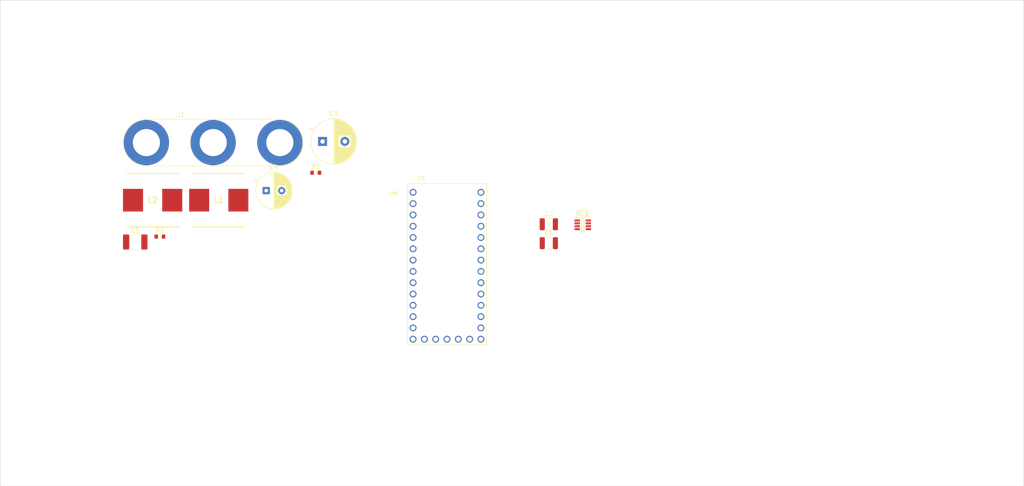
<source format=kicad_pcb>
(kicad_pcb (version 20211014) (generator pcbnew)
  (layers (0 "F.Cu" signal) (31 "B.Cu" signal) (34 "B.Paste" user) (35 "F.Paste" user) (36 "B.SilkS" user "B.Silkscreen") (37 "F.SilkS" user "F.Silkscreen") (38 "B.Mask" user) (39 "F.Mask" user) (44 "Edge.Cuts" user))
  (net 0 "")
  (net 5 "Net-(IC1-Pad7)")
  (net 9 "B")
  (net 10 "A")
  (net 11 "Net-(IC1-Pad6)")
  (net 12 "Vbb")
  (net 27 "GND")
  (net 28 "Net-(IC1-Pad1)")
  (net 29 "MODE")
  (net 33 "Net-(IC1-Pad3)")
  (net 34 "Net-(IC1-Pad4)")
  (net 35 "3.3V")
  (net 36 "Trig")
  (footprint "MSS1278-124KLD:INDPM120120X805N" (layer "F.Cu") (at 96.065354 88.13)
    (fp_text reference "L1" (at 0 0) (layer "F.SilkS") (effects (font (size 1.27 1.27) (thickness 0.254))))
    (fp_text value "120 uH - 1.9A" hide)
    (fp_line (start -6 6) (end 6 6) (layer "F.SilkS") (width 0.2))
    (fp_line (start 6 -6) (end -6 -6) (layer "F.SilkS") (width 0.2))
    (pad "1" smd rect (at -4.4 0) (size 4.5 5.1) (layers "F.Cu" "F.Paste" "F.Mask") (net 12 "Vbb"))
    (pad "2" smd rect (at 4.4 0) (size 4.5 5.1) (layers "F.Cu" "F.Paste" "F.Mask") (net 10 "A"))
  )
  (footprint "Connector:Banana_Jack_3Pin" (layer "F.Cu") (at 79.815354 75.18)
    (fp_text reference "J1" (at 7.75 -6.25) (layer "F.SilkS"))
    (fp_text value "Conn_01x03")
    (fp_line (start 0 5.25) (end 30 5.25) (layer "F.SilkS") (width 0.12))
    (fp_line (start 30 -5.25) (end 0 -5.25) (layer "F.SilkS") (width 0.12))
    (fp_arc (start 30 -5.25) (mid 35.25 0) (end 30 5.25) (layer "F.SilkS") (width 0.12))
    (fp_arc (start 0 5.25) (mid -5.25 0) (end 0 -5.25) (layer "F.SilkS") (width 0.12))
    (pad "1" thru_hole circle (at 0 0) (size 10.16 10.16) (drill 6.1) (layers *.Cu *.Mask) (net 27 "GND"))
    (pad "2" thru_hole circle (at 14.99 0) (size 10.16 10.16) (drill 6.1) (layers *.Cu *.Mask) (net 12 "Vbb"))
    (pad "3" thru_hole circle (at 29.97 0) (size 10.16 10.16) (drill 6.1) (layers *.Cu *.Mask) (net 36 "Trig"))
  )
  (footprint "Resistor_SMD:R_0603_1608Metric" (layer "F.Cu") (at 117.845354 81.96)
    (fp_text reference "R1" (at 0 -1.43) (layer "F.SilkS"))
    (fp_text value "120")
    (fp_line (start -0.237258 0.5225) (end 0.237258 0.5225) (layer "F.SilkS") (width 0.12))
    (fp_line (start -0.237258 -0.5225) (end 0.237258 -0.5225) (layer "F.SilkS") (width 0.12))
    (pad "1" smd roundrect (at -0.825 0) (size 0.8 0.95) (layers "F.Cu" "F.Paste" "F.Mask") (net 5 "Net-(IC1-Pad7)"))
    (pad "2" smd roundrect (at 0.825 0) (size 0.8 0.95) (layers "F.Cu" "F.Paste" "F.Mask") (net 11 "Net-(IC1-Pad6)"))
  )
  (footprint "MSS1278-124KLD:INDPM120120X805N" (layer "F.Cu") (at 81.215354 88.13)
    (fp_text reference "L2" (at 0 0) (layer "F.SilkS") (effects (font (size 1.27 1.27) (thickness 0.254))))
    (fp_text value "120 uH - 1.9A" hide)
    (fp_line (start 6 -6) (end -6 -6) (layer "F.SilkS") (width 0.2))
    (fp_line (start -6 6) (end 6 6) (layer "F.SilkS") (width 0.2))
    (pad "1" smd rect (at -4.4 0) (size 4.5 5.1) (layers "F.Cu" "F.Paste" "F.Mask") (net 27 "GND"))
    (pad "2" smd rect (at 4.4 0) (size 4.5 5.1) (layers "F.Cu" "F.Paste" "F.Mask") (net 9 "B"))
  )
  (footprint "Capacitor_THT:CP_Radial_D8.0mm_P3.50mm" (layer "F.Cu") (at 106.710052 85.98)
    (fp_text reference "C4" (at 1.75 -5.25) (layer "F.SilkS"))
    (fp_text value "10 uF - 200V")
    (fp_line (start 2.951 -3.902) (end 2.951 -1.04) (layer "F.SilkS") (width 0.12))
    (fp_line (start 5.271 -2.102) (end 5.271 2.102) (layer "F.SilkS") (width 0.12))
    (fp_line (start 2.751 1.04) (end 2.751 3.957) (layer "F.SilkS") (width 0.12))
    (fp_line (start 3.791 -3.54) (end 3.791 -1.04) (layer "F.SilkS") (width 0.12))
    (fp_line (start 1.83 -4.08) (end 1.83 4.08) (layer "F.SilkS") (width 0.12))
    (fp_line (start 5.391 -1.89) (end 5.391 1.89) (layer "F.SilkS") (width 0.12))
    (fp_line (start 4.831 -2.697) (end 4.831 2.697) (layer "F.SilkS") (width 0.12))
    (fp_line (start 3.951 1.04) (end 3.951 3.444) (layer "F.SilkS") (width 0.12))
    (fp_line (start -2.659698 -2.315) (end -1.859698 -2.315) (layer "F.SilkS") (width 0.12))
    (fp_line (start 2.11 -4.065) (end 2.11 4.065) (layer "F.SilkS") (width 0.12))
    (fp_line (start 5.471 -1.731) (end 5.471 1.731) (layer "F.SilkS") (width 0.12))
    (fp_line (start 2.551 1.04) (end 2.551 4.002) (layer "F.SilkS") (width 0.12))
    (fp_line (start 2.951 1.04) (end 2.951 3.902) (layer "F.SilkS") (width 0.12))
    (fp_line (start 2.31 -4.042) (end 2.31 4.042) (layer "F.SilkS") (width 0.12))
    (fp_line (start 4.311 1.04) (end 4.311 3.189) (layer "F.SilkS") (width 0.12))
    (fp_line (start 5.551 -1.552) (end 5.551 1.552) (layer "F.SilkS") (width 0.12))
    (fp_line (start 2.911 1.04) (end 2.911 3.914) (layer "F.SilkS") (width 0.12))
    (fp_line (start 2.591 1.04) (end 2.591 3.994) (layer "F.SilkS") (width 0.12))
    (fp_line (start 2.19 -4.057) (end 2.19 4.057) (layer "F.SilkS") (width 0.12))
    (fp_line (start 3.831 -3.517) (end 3.831 -1.04) (layer "F.SilkS") (width 0.12))
    (fp_line (start 4.591 -2.945) (end 4.591 2.945) (layer "F.SilkS") (width 0.12))
    (fp_line (start 3.391 1.04) (end 3.391 3.74) (layer "F.SilkS") (width 0.12))
    (fp_line (start 1.99 -4.074) (end 1.99 4.074) (layer "F.SilkS") (width 0.12))
    (fp_line (start 3.431 -3.722) (end 3.431 -1.04) (layer "F.SilkS") (width 0.12))
    (fp_line (start 2.671 -3.976) (end 2.671 -1.04) (layer "F.SilkS") (width 0.12))
    (fp_line (start 4.271 -3.22) (end 4.271 -1.04) (layer "F.SilkS") (width 0.12))
    (fp_line (start 1.79 -4.08) (end 1.79 4.08) (layer "F.SilkS") (width 0.12))
    (fp_line (start 3.111 -3.85) (end 3.111 -1.04) (layer "F.SilkS") (width 0.12))
    (fp_line (start 4.071 -3.365) (end 4.071 -1.04) (layer "F.SilkS") (width 0.12))
    (fp_line (start 5.231 -2.166) (end 5.231 2.166) (layer "F.SilkS") (width 0.12))
    (fp_line (start 3.351 1.04) (end 3.351 3.757) (layer "F.SilkS") (width 0.12))
    (fp_line (start 3.071 1.04) (end 3.071 3.863) (layer "F.SilkS") (width 0.12))
    (fp_line (start 4.711 -2.826) (end 4.711 2.826) (layer "F.SilkS") (width 0.12))
    (fp_line (start 4.191 -3.28) (end 4.191 -1.04) (layer "F.SilkS") (width 0.12))
    (fp_line (start 3.031 -3.877) (end 3.031 -1.04) (layer "F.SilkS") (width 0.12))
    (fp_line (start 4.111 1.04) (end 4.111 3.338) (layer "F.SilkS") (width 0.12))
    (fp_line (start 4.071 1.04) (end 4.071 3.365) (layer "F.SilkS") (width 0.12))
    (fp_line (start 2.03 -4.071) (end 2.03 4.071) (layer "F.SilkS") (width 0.12))
    (fp_line (start 4.391 1.04) (end 4.391 3.124) (layer "F.SilkS") (width 0.12))
    (fp_line (start 2.791 -3.947) (end 2.791 -1.04) (layer "F.SilkS") (width 0.12))
    (fp_line (start 2.471 1.04) (end 2.471 4.017) (layer "F.SilkS") (width 0.12))
    (fp_line (start -2.259698 -2.715) (end -2.259698 -1.915) (layer "F.SilkS") (width 0.12))
    (fp_line (start 5.431 -1.813) (end 5.431 1.813) (layer "F.SilkS") (width 0.12))
    (fp_line (start 3.391 -3.74) (end 3.391 -1.04) (layer "F.SilkS") (width 0.12))
    (fp_line (start 3.551 1.04) (end 3.551 3.666) (layer "F.SilkS") (width 0.12))
    (fp_line (start 3.991 -3.418) (end 3.991 -1.04) (layer "F.SilkS") (width 0.12))
    (fp_line (start 3.191 -3.821) (end 3.191 -1.04) (layer "F.SilkS") (width 0.12))
    (fp_line (start 4.471 -3.055) (end 4.471 -1.04) (layer "F.SilkS") (width 0.12))
    (fp_line (start 5.711 -1.098) (end 5.711 1.098) (layer "F.SilkS") (width 0.12))
    (fp_line (start 2.551 -4.002) (end 2.551 -1.04) (layer "F.SilkS") (width 0.12))
    (fp_line (start 3.311 -3.774) (end 3.311 -1.04) (layer "F.SilkS") (width 0.12))
    (fp_line (start 3.511 1.04) (end 3.511 3.686) (layer "F.SilkS") (width 0.12))
    (fp_line (start 2.711 -3.967) (end 2.711 -1.04) (layer "F.SilkS") (width 0.12))
    (fp_line (start 4.231 1.04) (end 4.231 3.25) (layer "F.SilkS") (width 0.12))
    (fp_line (start 3.191 1.04) (end 3.191 3.821) (layer "F.SilkS") (width 0.12))
    (fp_line (start 4.271 1.04) (end 4.271 3.22) (layer "F.SilkS") (width 0.12))
    (fp_line (start 4.631 -2.907) (end 4.631 2.907) (layer "F.SilkS") (width 0.12))
    (fp_line (start 4.551 -2.983) (end 4.551 2.983) (layer "F.SilkS") (width 0.12))
    (fp_line (start 4.871 -2.651) (end 4.871 2.651) (layer "F.SilkS") (width 0.12))
    (fp_line (start 3.551 -3.666) (end 3.551 -1.04) (layer "F.SilkS") (width 0.12))
    (fp_line (start 4.351 -3.156) (end 4.351 -1.04) (layer "F.SilkS") (width 0.12))
    (fp_line (start 4.671 -2.867) (end 4.671 2.867) (layer "F.SilkS") (width 0.12))
    (fp_line (start 3.271 -3.79) (end 3.271 -1.04) (layer "F.SilkS") (width 0.12))
    (fp_line (start 2.871 -3.925) (end 2.871 -1.04) (layer "F.SilkS") (width 0.12))
    (fp_line (start 2.991 1.04) (end 2.991 3.889) (layer "F.SilkS") (width 0.12))
    (fp_line (start 1.95 -4.076) (end 1.95 4.076) (layer "F.SilkS") (width 0.12))
    (fp_line (start 5.351 -1.964) (end 5.351 1.964) (layer "F.SilkS") (width 0.12))
    (fp_line (start 5.031 -2.454) (end 5.031 2.454) (layer "F.SilkS") (width 0.12))
    (fp_line (start 3.871 1.04) (end 3.871 3.493) (layer "F.SilkS") (width 0.12))
    (fp_line (start 2.35 -4.037) (end 2.35 4.037) (layer "F.SilkS") (width 0.12))
    (fp_line (start 4.511 -3.019) (end 4.511 -1.04) (layer "F.SilkS") (width 0.12))
    (fp_line (start 1.91 -4.077) (end 1.91 4.077) (layer "F.SilkS") (width 0.12))
    (fp_line (start 5.831 -0.533) (end 5.831 0.533) (layer "F.SilkS") (width 0.12))
    (fp_line (start 5.591 -1.453) (end 5.591 1.453) (layer "F.SilkS") (width 0.12))
    (fp_line (start 2.671 1.04) (end 2.671 3.976) (layer "F.SilkS") (width 0.12))
    (fp_line (start 2.39 -4.03) (end 2.39 4.03) (layer "F.SilkS") (width 0.12))
    (fp_line (start 2.631 -3.985) (end 2.631 -1.04) (layer "F.SilkS") (width 0.12))
    (fp_line (start 5.631 -1.346) (end 5.631 1.346) (layer "F.SilkS") (width 0.12))
    (fp_line (start 3.791 1.04) (end 3.791 3.54) (layer "F.SilkS") (width 0.12))
    (fp_line (start 2.711 1.04) (end 2.711 3.967) (layer "F.SilkS") (width 0.12))
    (fp_line (start 3.151 -3.835) (end 3.151 -1.04) (layer "F.SilkS") (width 0.12))
    (fp_line (start 3.671 1.04) (end 3.671 3.606) (layer "F.SilkS") (width 0.12))
    (fp_line (start 3.711 -3.584) (end 3.711 -1.04) (layer "F.SilkS") (width 0.12))
    (fp_line (start 2.831 1.04) (end 2.831 3.936) (layer "F.SilkS") (width 0.12))
    (fp_line (start 1.87 -4.079) (end 1.87 4.079) (layer "F.SilkS") (width 0.12))
    (fp_line (start 2.911 -3.914) (end 2.911 -1.04) (layer "F.SilkS") (width 0.12))
    (fp_line (start 3.471 -3.704) (end 3.471 -1.04) (layer "F.SilkS") (width 0.12))
    (fp_line (start 4.431 -3.09) (end 4.431 -1.04) (layer "F.SilkS") (width 0.12))
    (fp_line (start 4.311 -3.189) (end 4.311 -1.04) (layer "F.SilkS") (width 0.12))
    (fp_line (start 3.991 1.04) (end 3.991 3.418) (layer "F.SilkS") (width 0.12))
    (fp_line (start 2.751 -3.957) (end 2.751 -1.04) (layer "F.SilkS") (width 0.12))
    (fp_line (start 5.511 -1.645) (end 5.511 1.645) (layer "F.SilkS") (width 0.12))
    (fp_line (start 5.791 -0.768) (end 5.791 0.768) (layer "F.SilkS") (width 0.12))
    (fp_line (start 2.43 -4.024) (end 2.43 4.024) (layer "F.SilkS") (width 0.12))
    (fp_line (start 2.471 -4.017) (end 2.471 -1.04) (layer "F.SilkS") (width 0.12))
    (fp_line (start 2.991 -3.889) (end 2.991 -1.04) (layer "F.SilkS") (width 0.12))
    (fp_line (start 5.111 -2.345) (end 5.111 2.345) (layer "F.SilkS") (width 0.12))
    (fp_line (start 3.831 1.04) (end 3.831 3.517) (layer "F.SilkS") (width 0.12))
    (fp_line (start 2.23 -4.052) (end 2.23 4.052) (layer "F.SilkS") (width 0.12))
    (fp_line (start 3.591 1.04) (end 3.591 3.647) (layer "F.SilkS") (width 0.12))
    (fp_line (start 4.431 1.04) (end 4.431 3.09) (layer "F.SilkS") (width 0.12))
    (fp_line (start 4.751 -2.784) (end 4.751 2.784) (layer "F.SilkS") (width 0.12))
    (fp_line (start 3.711 1.04) (end 3.711 3.584) (layer "F.SilkS") (width 0.12))
    (fp_line (start 4.151 -3.309) (end 4.151 -1.04) (layer "F.SilkS") (width 0.12))
    (fp_line (start 3.271 1.04) (end 3.271 3.79) (layer "F.SilkS") (width 0.12))
    (fp_line (start 1.75 -4.08) (end 1.75 4.08) (layer "F.SilkS") (width 0.12))
    (fp_line (start 5.151 -2.287) (end 5.151 2.287) (layer "F.SilkS") (width 0.12))
    (fp_line (start 3.631 -3.627) (end 3.631 -1.04) (layer "F.SilkS") (width 0.12))
    (fp_line (start 5.191 -2.228) (end 5.191 2.228) (layer "F.SilkS") (width 0.12))
    (fp_line (start 5.071 -2.4) (end 5.071 2.4) (layer "F.SilkS") (width 0.12))
    (fp_line (start 3.151 1.04) (end 3.151 3.835) (layer "F.SilkS") (width 0.12))
    (fp_line (start 4.991 -2.505) (end 4.991 2.505) (layer "F.SilkS") (width 0.12))
    (fp_line (start 3.231 -3.805) (end 3.231 -1.04) (layer "F.SilkS") (width 0.12))
    (fp_line (start 3.631 1.04) (end 3.631 3.627) (layer "F.SilkS") (width 0.12))
    (fp_line (start 3.071 -3.863) (end 3.071 -1.04) (layer "F.SilkS") (width 0.12))
    (fp_line (start 4.511 1.04) (end 4.511 3.019) (layer "F.SilkS") (width 0.12))
    (fp_line (start 4.031 1.04) (end 4.031 3.392) (layer "F.SilkS") (width 0.12))
    (fp_line (start 2.15 -4.061) (end 2.15 4.061) (layer "F.SilkS") (width 0.12))
    (fp_line (start 5.751 -0.948) (end 5.751 0.948) (layer "F.SilkS") (width 0.12))
    (fp_line (start 3.431 1.04) (end 3.431 3.722) (layer "F.SilkS") (width 0.12))
    (fp_line (start 3.591 -3.647) (end 3.591 -1.04) (layer "F.SilkS") (width 0.12))
    (fp_line (start 2.27 -4.048) (end 2.27 4.048) (layer "F.SilkS") (width 0.12))
    (fp_line (start 3.231 1.04) (end 3.231 3.805) (layer "F.SilkS") (width 0.12))
    (fp_line (start 3.911 1.04) (end 3.911 3.469) (layer "F.SilkS") (width 0.12))
    (fp_line (start 4.471 1.04) (end 4.471 3.055) (layer "F.SilkS") (width 0.12))
    (fp_line (start 3.951 -3.444) (end 3.951 -1.04) (layer "F.SilkS") (width 0.12))
    (fp_line (start 4.351 1.04) (end 4.351 3.156) (layer "F.SilkS") (width 0.12))
    (fp_line (start 3.751 1.04) (end 3.751 3.562) (layer "F.SilkS") (width 0.12))
    (fp_line (start 4.951 -2.556) (end 4.951 2.556) (layer "F.SilkS") (width 0.12))
    (fp_line (start 4.231 -3.25) (end 4.231 -1.04) (layer "F.SilkS") (width 0.12))
    (fp_line (start 4.191 1.04) (end 4.191 3.28) (layer "F.SilkS") (width 0.12))
    (fp_line (start 2.07 -4.068) (end 2.07 4.068) (layer "F.SilkS") (width 0.12))
    (fp_line (start 4.791 -2.741) (end 4.791 2.741) (layer "F.SilkS") (width 0.12))
    (fp_line (start 2.511 1.04) (end 2.511 4.01) (layer "F.SilkS") (width 0.12))
    (fp_line (start 4.391 -3.124) (end 4.391 -1.04) (layer "F.SilkS") (width 0.12))
    (fp_line (start 5.311 -2.034) (end 5.311 2.034) (layer "F.SilkS") (width 0.12))
    (fp_line (start 4.031 -3.392) (end 4.031 -1.04) (layer "F.SilkS") (width 0.12))
    (fp_line (start 2.511 -4.01) (end 2.511 -1.04) (layer "F.SilkS") (width 0.12))
    (fp_line (start 3.111 1.04) (end 3.111 3.85) (layer "F.SilkS") (width 0.12))
    (fp_line (start 5.671 -1.229) (end 5.671 1.229) (layer "F.SilkS") (width 0.12))
    (fp_line (start 2.831 -3.936) (end 2.831 -1.04) (layer "F.SilkS") (width 0.12))
    (fp_line (start 4.151 1.04) (end 4.151 3.309) (layer "F.SilkS") (width 0.12))
    (fp_line (start 2.871 1.04) (end 2.871 3.925) (layer "F.SilkS") (width 0.12))
    (fp_line (start 3.311 1.04) (end 3.311 3.774) (layer "F.SilkS") (width 0.12))
    (fp_line (start 3.471 1.04) (end 3.471 3.704) (layer "F.SilkS") (width 0.12))
    (fp_line (start 3.911 -3.469) (end 3.911 -1.04) (layer "F.SilkS") (width 0.12))
    (fp_line (start 3.871 -3.493) (end 3.871 -1.04) (layer "F.SilkS") (width 0.12))
    (fp_line (start 3.511 -3.686) (end 3.511 -1.04) (layer "F.SilkS") (width 0.12))
    (fp_line (start 4.111 -3.338) (end 4.111 -1.04) (layer "F.SilkS") (width 0.12))
    (fp_line (start 2.791 1.04) (end 2.791 3.947) (layer "F.SilkS") (width 0.12))
    (fp_line (start 3.671 -3.606) (end 3.671 -1.04) (layer "F.SilkS") (width 0.12))
    (fp_line (start 3.751 -3.562) (end 3.751 -1.04) (layer "F.SilkS") (width 0.12))
    (fp_line (start 4.911 -2.604) (end 4.911 2.604) (layer "F.SilkS") (width 0.12))
    (fp_line (start 2.631 1.04) (end 2.631 3.985) (layer "F.SilkS") (width 0.12))
    (fp_line (start 3.351 -3.757) (end 3.351 -1.04) (layer "F.SilkS") (width 0.12))
    (fp_line (start 3.031 1.04) (end 3.031 3.877) (layer "F.SilkS") (width 0.12))
    (fp_line (start 2.591 -3.994) (end 2.591 -1.04) (layer "F.SilkS") (width 0.12))
    (fp_circle (center 1.75 0) (end 5.87 0) (layer "F.SilkS") (width 0.12) (fill none))
    (pad "1" thru_hole rect (at 0 0) (size 1.6 1.6) (drill 0.8) (layers *.Cu *.Mask) (net 12 "Vbb"))
    (pad "2" thru_hole circle (at 3.5 0) (size 1.6 1.6) (drill 0.8) (layers *.Cu *.Mask) (net 27 "GND"))
  )
  (footprint "THVD8000:SOT65P280X110-8N" (layer "F.Cu") (at 177.8 93.665)
    (fp_text reference "IC1" (at 0 -2.54) (layer "F.SilkS") (effects (font (size 1.27 1.27) (thickness 0.254))))
    (fp_text value "THVD8000DDFR" hide)
    (fp_line (start 0.3 1.45) (end -0.3 1.45) (layer "F.SilkS") (width 0.2))
    (fp_line (start 0.3 -1.45) (end 0.3 1.45) (layer "F.SilkS") (width 0.2))
    (fp_line (start -1.85 -1.55) (end -0.65 -1.55) (layer "F.SilkS") (width 0.2))
    (fp_line (start -0.3 1.45) (end -0.3 -1.45) (layer "F.SilkS") (width 0.2))
    (fp_line (start -0.3 -1.45) (end 0.3 -1.45) (layer "F.SilkS") (width 0.2))
    (pad "1" smd rect (at -1.25 -0.975 90) (size 0.45 1.2) (layers "F.Cu" "F.Paste" "F.Mask") (net 28 "Net-(IC1-Pad1)"))
    (pad "2" smd rect (at -1.25 -0.325 90) (size 0.45 1.2) (layers "F.Cu" "F.Paste" "F.Mask") (net 29 "MODE"))
    (pad "3" smd rect (at -1.25 0.325 90) (size 0.45 1.2) (layers "F.Cu" "F.Paste" "F.Mask") (net 33 "Net-(IC1-Pad3)"))
    (pad "4" smd rect (at -1.25 0.975 90) (size 0.45 1.2) (layers "F.Cu" "F.Paste" "F.Mask") (net 34 "Net-(IC1-Pad4)"))
    (pad "5" smd rect (at 1.25 0.975 90) (size 0.45 1.2) (layers "F.Cu" "F.Paste" "F.Mask") (net 27 "GND"))
    (pad "6" smd rect (at 1.25 0.325 90) (size 0.45 1.2) (layers "F.Cu" "F.Paste" "F.Mask") (net 11 "Net-(IC1-Pad6)"))
    (pad "7" smd rect (at 1.25 -0.325 90) (size 0.45 1.2) (layers "F.Cu" "F.Paste" "F.Mask") (net 5 "Net-(IC1-Pad7)"))
    (pad "8" smd rect (at 1.25 -0.975 90) (size 0.45 1.2) (layers "F.Cu" "F.Paste" "F.Mask") (net 35 "3.3V"))
  )
  (footprint "Resistor_SMD:R_0603_1608Metric" (layer "F.Cu") (at 82.845354 96.31)
    (fp_text reference "R2" (at 0 -1.43) (layer "F.SilkS"))
    (fp_text value "1.5 k")
    (fp_line (start -0.237258 0.5225) (end 0.237258 0.5225) (layer "F.SilkS") (width 0.12))
    (fp_line (start -0.237258 -0.5225) (end 0.237258 -0.5225) (layer "F.SilkS") (width 0.12))
    (pad "1" smd roundrect (at -0.825 0) (size 0.8 0.95) (layers "F.Cu" "F.Paste" "F.Mask") (net 33 "Net-(IC1-Pad3)"))
    (pad "2" smd roundrect (at 0.825 0) (size 0.8 0.95) (layers "F.Cu" "F.Paste" "F.Mask") (net 27 "GND"))
  )
  (footprint "Capacitor_THT:CP_Radial_D10.0mm_P5.00mm" (layer "F.Cu") (at 119.38 74.93)
    (fp_text reference "C3" (at 2.5 -6.25) (layer "F.SilkS"))
    (fp_text value "47 uF - 200V")
    (fp_line (start 5.301 1.241) (end 5.301 4.247) (layer "F.SilkS") (width 0.12))
    (fp_line (start 3.701 -4.938) (end 3.701 4.938) (layer "F.SilkS") (width 0.12))
    (fp_line (start 5.621 1.241) (end 5.621 4.02) (layer "F.SilkS") (width 0.12))
    (fp_line (start 5.821 1.241) (end 5.821 3.858) (layer "F.SilkS") (width 0.12))
    (fp_line (start 5.541 1.241) (end 5.541 4.08) (layer "F.SilkS") (width 0.12))
    (fp_line (start 5.661 1.241) (end 5.661 3.989) (layer "F.SilkS") (width 0.12))
    (fp_line (start 2.62 -5.079) (end 2.62 5.079) (layer "F.SilkS") (width 0.12))
    (fp_line (start 6.861 -2.645) (end 6.861 2.645) (layer "F.SilkS") (width 0.12))
    (fp_line (start 3.501 -4.982) (end 3.501 4.982) (layer "F.SilkS") (width 0.12))
    (fp_line (start 4.941 -4.462) (end 4.941 -1.241) (layer "F.SilkS") (width 0.12))
    (fp_line (start 4.381 -4.723) (end 4.381 -1.241) (layer "F.SilkS") (width 0.12))
    (fp_line (start 5.581 1.241) (end 5.581 4.05) (layer "F.SilkS") (width 0.12))
    (fp_line (start 4.501 -4.674) (end 4.501 -1.241) (layer "F.SilkS") (width 0.12))
    (fp_line (start 6.541 -3.106) (end 6.541 3.106) (layer "F.SilkS") (width 0.12))
    (fp_line (start 5.941 -3.753) (end 5.941 -1.241) (layer "F.SilkS") (width 0.12))
    (fp_line (start 4.821 -4.525) (end 4.821 -1.241) (layer "F.SilkS") (width 0.12))
    (fp_line (start 4.541 1.241) (end 4.541 4.657) (layer "F.SilkS") (width 0.12))
    (fp_line (start 5.221 -4.298) (end 5.221 -1.241) (layer "F.SilkS") (width 0.12))
    (fp_line (start 3.1 -5.045) (end 3.1 5.045) (layer "F.SilkS") (width 0.12))
    (fp_line (start 5.021 -4.417) (end 5.021 -1.241) (layer "F.SilkS") (width 0.12))
    (fp_line (start 5.021 1.241) (end 5.021 4.417) (layer "F.SilkS") (width 0.12))
    (fp_line (start 6.421 -3.254) (end 6.421 3.254) (layer "F.SilkS") (width 0.12))
    (fp_line (start 3.541 -4.974) (end 3.541 4.974) (layer "F.SilkS") (width 0.12))
    (fp_line (start 6.781 -2.77) (end 6.781 2.77) (layer "F.SilkS") (width 0.12))
    (fp_line (start 5.261 1.241) (end 5.261 4.273) (layer "F.SilkS") (width 0.12))
    (fp_line (start 4.141 -4.811) (end 4.141 -1.241) (layer "F.SilkS") (width 0.12))
    (fp_line (start 7.541 -0.862) (end 7.541 0.862) (layer "F.SilkS") (width 0.12))
    (fp_line (start 5.941 1.241) (end 5.941 3.753) (layer "F.SilkS") (width 0.12))
    (fp_line (start 6.341 -3.347) (end 6.341 3.347) (layer "F.SilkS") (width 0.12))
    (fp_line (start 4.981 -4.44) (end 4.981 -1.241) (layer "F.SilkS") (width 0.12))
    (fp_line (start 6.621 -3) (end 6.621 3) (layer "F.SilkS") (width 0.12))
    (fp_line (start 4.221 1.241) (end 4.221 4.783) (layer "F.SilkS") (width 0.12))
    (fp_line (start 3.861 -4.897) (end 3.861 -1.241) (layer "F.SilkS") (width 0.12))
    (fp_line (start 6.461 -3.206) (end 6.461 3.206) (layer "F.SilkS") (width 0.12))
    (fp_line (start 7.021 -2.365) (end 7.021 2.365) (layer "F.SilkS") (width 0.12))
    (fp_line (start 4.781 -4.545) (end 4.781 -1.241) (layer "F.SilkS") (width 0.12))
    (fp_line (start 4.181 1.241) (end 4.181 4.797) (layer "F.SilkS") (width 0.12))
    (fp_line (start 5.141 1.241) (end 5.141 4.347) (layer "F.SilkS") (width 0.12))
    (fp_line (start 4.341 1.241) (end 4.341 4.738) (layer "F.SilkS") (width 0.12))
    (fp_line (start 3.741 -4.928) (end 3.741 4.928) (layer "F.SilkS") (width 0.12))
    (fp_line (start 3.221 -5.03) (end 3.221 5.03) (layer "F.SilkS") (width 0.12))
    (fp_line (start 4.221 -4.783) (end 4.221 -1.241) (layer "F.SilkS") (width 0.12))
    (fp_line (start 7.101 -2.209) (end 7.101 2.209) (layer "F.SilkS") (width 0.12))
    (fp_line (start 5.461 -4.138) (end 5.461 -1.241) (layer "F.SilkS") (width 0.12))
    (fp_line (start 3.14 -5.04) (end 3.14 5.04) (layer "F.SilkS") (width 0.12))
    (fp_line (start 3.581 -4.965) (end 3.581 4.965) (layer "F.SilkS") (width 0.12))
    (fp_line (start 4.661 -4.603) (end 4.661 -1.241) (layer "F.SilkS") (width 0.12))
    (fp_line (start 2.7 -5.077) (end 2.7 5.077) (layer "F.SilkS") (width 0.12))
    (fp_line (start 5.901 -3.789) (end 5.901 -1.241) (layer "F.SilkS") (width 0.12))
    (fp_line (start 6.181 -3.52) (end 6.181 -1.241) (layer "F.SilkS") (width 0.12))
    (fp_line (start 6.581 -3.054) (end 6.581 3.054) (layer "F.SilkS") (width 0.12))
    (fp_line (start 5.301 -4.247) (end 5.301 -1.241) (layer "F.SilkS") (width 0.12))
    (fp_line (start 5.061 -4.395) (end 5.061 -1.241) (layer "F.SilkS") (width 0.12))
    (fp_line (start 3.981 -4.862) (end 3.981 -1.241) (layer "F.SilkS") (width 0.12))
    (fp_line (start 3.861 1.241) (end 3.861 4.897) (layer "F.SilkS") (width 0.12))
    (fp_line (start 7.301 -1.742) (end 7.301 1.742) (layer "F.SilkS") (width 0.12))
    (fp_line (start 6.381 -3.301) (end 6.381 3.301) (layer "F.SilkS") (width 0.12))
    (fp_line (start 6.701 -2.889) (end 6.701 2.889) (layer "F.SilkS") (width 0.12))
    (fp_line (start 5.341 1.241) (end 5.341 4.221) (layer "F.SilkS") (width 0.12))
    (fp_line (start 4.141 1.241) (end 4.141 4.811) (layer "F.SilkS") (width 0.12))
    (fp_line (start 4.501 1.241) (end 4.501 4.674) (layer "F.SilkS") (width 0.12))
    (fp_line (start 4.461 -4.69) (end 4.461 -1.241) (layer "F.SilkS") (width 0.12))
    (fp_line (start -2.979646 -2.875) (end -1.979646 -2.875) (layer "F.SilkS") (width 0.12))
    (fp_line (start 5.701 1.241) (end 5.701 3.957) (layer "F.SilkS") (width 0.12))
    (fp_line (start 2.54 -5.08) (end 2.54 5.08) (layer "F.SilkS") (width 0.12))
    (fp_line (start 6.981 -2.439) (end 6.981 2.439) (layer "F.SilkS") (width 0.12))
    (fp_line (start 2.58 -5.08) (end 2.58 5.08) (layer "F.SilkS") (width 0.12))
    (fp_line (start 4.581 1.241) (end 4.581 4.639) (layer "F.SilkS") (width 0.12))
    (fp_line (start 3.821 -4.907) (end 3.821 -1.241) (layer "F.SilkS") (width 0.12))
    (fp_line (start 5.981 -3.716) (end 5.981 -1.241) (layer "F.SilkS") (width 0.12))
    (fp_line (start 3.421 -4.997) (end 3.421 4.997) (layer "F.SilkS") (width 0.12))
    (fp_line (start 5.341 -4.221) (end 5.341 -1.241) (layer "F.SilkS") (width 0.12))
    (fp_line (start 5.101 1.241) (end 5.101 4.371) (layer "F.SilkS") (width 0.12))
    (fp_line (start 6.821 -2.709) (end 6.821 2.709) (layer "F.SilkS") (width 0.12))
    (fp_line (start 5.821 -3.858) (end 5.821 -1.241) (layer "F.SilkS") (width 0.12))
    (fp_line (start 4.061 -4.837) (end 4.061 -1.241) (layer "F.SilkS") (width 0.12))
    (fp_line (start 6.061 1.241) (end 6.061 3.64) (layer "F.SilkS") (width 0.12))
    (fp_line (start 4.901 -4.483) (end 4.901 -1.241) (layer "F.SilkS") (width 0.12))
    (fp_line (start 3.821 1.241) (end 3.821 4.907) (layer "F.SilkS") (width 0.12))
    (fp_line (start 5.541 -4.08) (end 5.541 -1.241) (layer "F.SilkS") (width 0.12))
    (fp_line (start 6.021 -3.679) (end 6.021 -1.241) (layer "F.SilkS") (width 0.12))
    (fp_line (start 3.621 -4.956) (end 3.621 4.956) (layer "F.SilkS") (width 0.12))
    (fp_line (start 6.661 -2.945) (end 6.661 2.945) (layer "F.SilkS") (width 0.12))
    (fp_line (start 7.421 -1.378) (end 7.421 1.378) (layer "F.SilkS") (width 0.12))
    (fp_line (start 4.861 -4.504) (end 4.861 -1.241) (layer "F.SilkS") (width 0.12))
    (fp_line (start 4.181 -4.797) (end 4.181 -1.241) (layer "F.SilkS") (width 0.12))
    (fp_line (start 6.941 -2.51) (end 6.941 2.51) (layer "F.SilkS") (width 0.12))
    (fp_line (start 4.061 1.241) (end 4.061 4.837) (layer "F.SilkS") (width 0.12))
    (fp_line (start 7.221 -1.944) (end 7.221 1.944) (layer "F.SilkS") (width 0.12))
    (fp_line (start 4.021 1.241) (end 4.021 4.85) (layer "F.SilkS") (width 0.12))
    (fp_line (start 3.941 1.241) (end 3.941 4.874) (layer "F.SilkS") (width 0.12))
    (fp_line (start 4.461 1.241) (end 4.461 4.69) (layer "F.SilkS") (width 0.12))
    (fp_line (start 5.741 1.241) (end 5.741 3.925) (layer "F.SilkS") (width 0.12))
    (fp_line (start 6.181 1.241) (end 6.181 3.52) (layer "F.SilkS") (width 0.12))
    (fp_line (start 4.021 -4.85) (end 4.021 -1.241) (layer "F.SilkS") (width 0.12))
    (fp_line (start 5.421 1.241) (end 5.421 4.166) (layer "F.SilkS") (width 0.12))
    (fp_line (start 4.861 1.241) (end 4.861 4.504) (layer "F.SilkS") (width 0.12))
    (fp_line (start 3.341 -5.011) (end 3.341 5.011) (layer "F.SilkS") (width 0.12))
    (fp_line (start 3.381 -5.004) (end 3.381 5.004) (layer "F.SilkS") (width 0.12))
    (fp_line (start 4.701 -4.584) (end 4.701 -1.241) (layer "F.SilkS") (width 0.12))
    (fp_line (start 3.06 -5.05) (end 3.06 5.05) (layer "F.SilkS") (width 0.12))
    (fp_line (start 2.86 -5.068) (end 2.86 5.068) (layer "F.SilkS") (width 0.12))
    (fp_line (start 5.381 -4.194) (end 5.381 -1.241) (layer "F.SilkS") (width 0.12))
    (fp_line (start 7.501 -1.062) (end 7.501 1.062) (layer "F.SilkS") (width 0.12))
    (fp_line (start 5.581 -4.05) (end 5.581 -1.241) (layer "F.SilkS") (width 0.12))
    (fp_line (start 4.381 1.241) (end 4.381 4.723) (layer "F.SilkS") (width 0.12))
    (fp_line (start 7.141 -2.125) (end 7.141 2.125) (layer "F.SilkS") (width 0.12))
    (fp_line (start 4.901 1.241) (end 4.901 4.483) (layer "F.SilkS") (width 0.12))
    (fp_line (start 3.901 -4.885) (end 3.901 -1.241) (layer "F.SilkS") (width 0.12))
    (fp_line (start 4.101 -4.824) (end 4.101 -1.241) (layer "F.SilkS") (width 0.12))
    (fp_line (start 5.701 -3.957) (end 5.701 -1.241) (layer "F.SilkS") (width 0.12))
    (fp_line (start 7.461 -1.23) (end 7.461 1.23) (layer "F.SilkS") (width 0.12))
    (fp_line (start 3.18 -5.035) (end 3.18 5.035) (layer "F.SilkS") (width 0.12))
    (fp_line (start 7.581 -0.599) (end 7.581 0.599) (layer "F.SilkS") (width 0.12))
    (fp_line (start -2.479646 -3.375) (end -2.479646 -2.375) (layer "F.SilkS") (width 0.12))
    (fp_line (start 6.021 1.241) (end 6.021 3.679) (layer "F.SilkS") (width 0.12))
    (fp_line (start 5.861 -3.824) (end 5.861 -1.241) (layer "F.SilkS") (width 0.12))
    (fp_line (start 7.381 -1.51) (end 7.381 1.51) (layer "F.SilkS") (width 0.12))
    (fp_line (start 7.181 -2.037) (end 7.181 2.037) (layer "F.SilkS") (width 0.12))
    (fp_line (start 2.98 -5.058) (end 2.98 5.058) (layer "F.SilkS") (width 0.12))
    (fp_line (start 6.501 -3.156) (end 6.501 3.156) (layer "F.SilkS") (width 0.12))
    (fp_line (start 5.221 1.241) (end 5.221 4.298) (layer "F.SilkS") (width 0.12))
    (fp_line (start 4.941 1.241) (end 4.941 4.462) (layer "F.SilkS") (width 0.12))
    (fp_line (start 6.101 -3.601) (end 6.101 -1.241) (layer "F.SilkS") (width 0.12))
    (fp_line (start 5.661 -3.989) (end 5.661 -1.241) (layer "F.SilkS") (width 0.12))
    (fp_line (start 4.261 -4.768) (end 4.261 -1.241) (layer "F.SilkS") (width 0.12))
    (fp_line (start 6.221 -3.478) (end 6.221 -1.241) (layer "F.SilkS") (width 0.12))
    (fp_line (start 3.781 1.241) (end 3.781 4.918) (layer "F.SilkS") (width 0.12))
    (fp_line (start 5.781 -3.892) (end 5.781 -1.241) (layer "F.SilkS") (width 0.12))
    (fp_line (start 4.621 1.241) (end 4.621 4.621) (layer "F.SilkS") (width 0.12))
    (fp_line (start 5.181 -4.323) (end 5.181 -1.241) (layer "F.SilkS") (width 0.12))
    (fp_line (start 6.261 -3.436) (end 6.261 3.436) (layer "F.SilkS") (width 0.12))
    (fp_line (start 5.461 1.241) (end 5.461 4.138) (layer "F.SilkS") (width 0.12))
    (fp_line (start 3.901 1.241) (end 3.901 4.885) (layer "F.SilkS") (width 0.12))
    (fp_line (start 6.101 1.241) (end 6.101 3.601) (layer "F.SilkS") (width 0.12))
    (fp_line (start 4.781 1.241) (end 4.781 4.545) (layer "F.SilkS") (width 0.12))
    (fp_line (start 2.78 -5.073) (end 2.78 5.073) (layer "F.SilkS") (width 0.12))
    (fp_line (start 5.861 1.241) (end 5.861 3.824) (layer "F.SilkS") (width 0.12))
    (fp_line (start 5.381 1.241) (end 5.381 4.194) (layer "F.SilkS") (width 0.12))
    (fp_line (start 4.661 1.241) (end 4.661 4.603) (layer "F.SilkS") (width 0.12))
    (fp_line (start 5.061 1.241) (end 5.061 4.395) (layer "F.SilkS") (width 0.12))
    (fp_line (start 6.141 -3.561) (end 6.141 -1.241) (layer "F.SilkS") (width 0.12))
    (fp_line (start 6.741 -2.83) (end 6.741 2.83) (layer "F.SilkS") (width 0.12))
    (fp_line (start 4.301 1.241) (end 4.301 4.754) (layer "F.SilkS") (width 0.12))
    (fp_line (start 4.421 -4.707) (end 4.421 -1.241) (layer "F.SilkS") (width 0.12))
    (fp_line (start 6.061 -3.64) (end 6.061 -1.241) (layer "F.SilkS") (width 0.12))
    (fp_line (start 5.101 -4.371) (end 5.101 -1.241) (layer "F.SilkS") (width 0.12))
    (fp_line (start 5.421 -4.166) (end 5.421 -1.241) (layer "F.SilkS") (width 0.12))
    (fp_line (start 6.901 -2.579) (end 6.901 2.579) (layer "F.SilkS") (width 0.12))
    (fp_line (start 2.74 -5.075) (end 2.74 5.075) (layer "F.SilkS") (width 0.12))
    (fp_line (start 5.981 1.241) (end 5.981 3.716) (layer "F.SilkS") (width 0.12))
    (fp_line (start 6.221 1.241) (end 6.221 3.478) (layer "F.SilkS") (width 0.12))
    (fp_line (start 7.061 -2.289) (end 7.061 2.289) (layer "F.SilkS") (width 0.12))
    (fp_line (start 3.981 1.241) (end 3.981 4.862) (layer "F.SilkS") (width 0.12))
    (fp_line (start 7.261 -1.846) (end 7.261 1.846) (layer "F.SilkS") (width 0.12))
    (fp_line (start 5.621 -4.02) (end 5.621 -1.241) (layer "F.SilkS") (width 0.12))
    (fp_line (start 2.9 -5.065) (end 2.9 5.065) (layer "F.SilkS") (width 0.12))
    (fp_line (start 3.461 -4.99) (end 3.461 4.99) (layer "F.SilkS") (width 0.12))
    (fp_line (start 4.741 -4.564) (end 4.741 -1.241) (layer "F.SilkS") (width 0.12))
    (fp_line (start 4.581 -4.639) (end 4.581 -1.241) (layer "F.SilkS") (width 0.12))
    (fp_line (start 4.301 -4.754) (end 4.301 -1.241) (layer "F.SilkS") (width 0.12))
    (fp_line (start 4.341 -4.738) (end 4.341 -1.241) (layer "F.SilkS") (width 0.12))
    (fp_line (start 2.5 -5.08) (end 2.5 5.08) (layer "F.SilkS") (width 0.12))
    (fp_line (start 5.901 1.241) (end 5.901 3.789) (layer "F.SilkS") (width 0.12))
    (fp_line (start 5.181 1.241) (end 5.181 4.323) (layer "F.SilkS") (width 0.12))
    (fp_line (start 7.341 -1.63) (end 7.341 1.63) (layer "F.SilkS") (width 0.12))
    (fp_line (start 3.661 -4.947) (end 3.661 4.947) (layer "F.SilkS") (width 0.12))
    (fp_line (start 5.501 1.241) (end 5.501 4.11) (layer "F.SilkS") (width 0.12))
    (fp_line (start 2.94 -5.062) (end 2.94 5.062) (layer "F.SilkS") (width 0.12))
    (fp_line (start 4.421 1.241) (end 4.421 4.707) (layer "F.SilkS") (width 0.12))
    (fp_line (start 5.141 -4.347) (end 5.141 -1.241) (layer "F.SilkS") (width 0.12))
    (fp_line (start 5.261 -4.273) (end 5.261 -1.241) (layer "F.SilkS") (width 0.12))
    (fp_line (start 3.301 -5.018) (end 3.301 5.018) (layer "F.SilkS") (width 0.12))
    (fp_line (start 5.781 1.241) (end 5.781 3.892) (layer "F.SilkS") (width 0.12))
    (fp_line (start 3.941 -4.874) (end 3.941 -1.241) (layer "F.SilkS") (width 0.12))
    (fp_line (start 5.501 -4.11) (end 5.501 -1.241) (layer "F.SilkS") (width 0.12))
    (fp_line (start 3.781 -4.918) (end 3.781 -1.241) (layer "F.SilkS") (width 0.12))
    (fp_line (start 4.101 1.241) (end 4.101 4.824) (layer "F.SilkS") (width 0.12))
    (fp_line (start 3.02 -5.054) (end 3.02 5.054) (layer "F.SilkS") (width 0.12))
    (fp_line (start 3.261 -5.024) (end 3.261 5.024) (layer "F.SilkS") (width 0.12))
    (fp_line (start 4.741 1.241) (end 4.741 4.564) (layer "F.SilkS") (width 0.12))
    (fp_line (start 2.66 -5.078) (end 2.66 5.078) (layer "F.SilkS") (width 0.12))
    (fp_line (start 4.541 -4.657) (end 4.541 -1.241) (layer "F.SilkS") (width 0.12))
    (fp_line (start 4.701 1.241) (end 4.701 4.584) (layer "F.SilkS") (width 0.12))
    (fp_line (start 6.301 -3.392) (end 6.301 3.392) (layer "F.SilkS") (width 0.12))
    (fp_line (start 6.141 1.241) (end 6.141 3.561) (layer "F.SilkS") (width 0.12))
    (fp_line (start 4.981 1.241) (end 4.981 4.44) (layer "F.SilkS") (width 0.12))
    (fp_line (start 2.82 -5.07) (end 2.82 5.07) (layer "F.SilkS") (width 0.12))
    (fp_line (start 4.821 1.241) (end 4.821 4.525) (layer "F.SilkS") (width 0.12))
    (fp_line (start 4.621 -4.621) (end 4.621 -1.241) (layer "F.SilkS") (width 0.12))
    (fp_line (start 4.261 1.241) (end 4.261 4.768) (layer "F.SilkS") (width 0.12))
    (fp_line (start 5.741 -3.925) (end 5.741 -1.241) (layer "F.SilkS") (width 0.12))
    (fp_circle (center 2.5 0) (end 7.62 0) (layer "F.SilkS") (width 0.12) (fill none))
    (pad "1" thru_hole rect (at 0 0) (size 2 2) (drill 1) (layers *.Cu *.Mask) (net 12 "Vbb"))
    (pad "2" thru_hole circle (at 5 0) (size 2 2) (drill 1) (layers *.Cu *.Mask) (net 27 "GND"))
  )
  (footprint "Capacitor_SMD:C_1210_3225Metric" (layer "F.Cu") (at 170.18 97.79)
    (fp_text reference "C1" (at 0 -2.3) (layer "F.SilkS"))
    (fp_text value "0.47uF - 250V")
    (fp_line (start -0.711252 -1.36) (end 0.711252 -1.36) (layer "F.SilkS") (width 0.12))
    (fp_line (start -0.711252 1.36) (end 0.711252 1.36) (layer "F.SilkS") (width 0.12))
    (pad "1" smd roundrect (at -1.475 0) (size 1.15 2.7) (layers "F.Cu" "F.Paste" "F.Mask") (roundrect_rratio 0.217391) (net 5 "Net-(IC1-Pad7)"))
    (pad "2" smd roundrect (at 1.475 0) (size 1.15 2.7) (layers "F.Cu" "F.Paste" "F.Mask") (roundrect_rratio 0.217391) (net 9 "B"))
  )
  (footprint "teensy4.0:teensy4.0" (layer "F.Cu") (at 147.32 102.87)
    (fp_text reference "U1" (at -5.715 -19.685) (layer "F.SilkS"))
    (fp_text value "DEV-15583")
    (fp_text user "GND" (at -12.065 -16.256) (layer "F.SilkS") (effects (font (size 0.64 0.64))))
    (fp_line (start 8.89 -18.48) (end 8.89 17.78) (layer "F.SilkS") (width 0.127))
    (fp_line (start 8.89 17.78) (end -8.89 17.78) (layer "F.SilkS") (width 0.127))
    (fp_line (start -8.89 17.78) (end -8.89 -18.48) (layer "F.SilkS") (width 0.127))
    (fp_line (start -8.89 -18.48) (end 8.89 -18.48) (layer "F.SilkS") (width 0.127))
    (pad "0" thru_hole circle (at -7.62 -13.97) (size 1.53 1.53) (drill 1.02) (layers *.Cu *.Mask))
    (pad "1" thru_hole circle (at -7.62 -11.43) (size 1.53 1.53) (drill 1.02) (layers *.Cu *.Mask))
    (pad "2" thru_hole circle (at -7.62 -8.89) (size 1.53 1.53) (drill 1.02) (layers *.Cu *.Mask))
    (pad "3" thru_hole circle (at -7.62 -6.35) (size 1.53 1.53) (drill 1.02) (layers *.Cu *.Mask))
    (pad "3.3V_1" thru_hole circle (at -2.54 16.51) (size 1.53 1.53) (drill 1.02) (layers *.Cu *.Mask) (net 35 "3.3V"))
    (pad "3.3V_2" thru_hole circle (at 7.62 -11.43) (size 1.53 1.53) (drill 1.02) (layers *.Cu *.Mask))
    (pad "4" thru_hole circle (at -7.62 -3.81) (size 1.53 1.53) (drill 1.02) (layers *.Cu *.Mask))
    (pad "5" thru_hole circle (at -7.62 -1.27) (size 1.53 1.53) (drill 1.02) (layers *.Cu *.Mask))
    (pad "6" thru_hole circle (at -7.62 1.27) (size 1.53 1.53) (drill 1.02) (layers *.Cu *.Mask) (net 36 "Trig"))
    (pad "7" thru_hole circle (at -7.62 3.81) (size 1.53 1.53) (drill 1.02) (layers *.Cu *.Mask) (net 28 "Net-(IC1-Pad1)"))
    (pad "8" thru_hole circle (at -7.62 6.35) (size 1.53 1.53) (drill 1.02) (layers *.Cu *.Mask) (net 34 "Net-(IC1-Pad4)"))
    (pad "9" thru_hole circle (at -7.62 8.89) (size 1.53 1.53) (drill 1.02) (layers *.Cu *.Mask) (net 29 "MODE"))
    (pad "10" thru_hole circle (at -7.62 11.43) (size 1.53 1.53) (drill 1.02) (layers *.Cu *.Mask))
    (pad "11" thru_hole circle (at -7.62 13.97) (size 1.53 1.53) (drill 1.02) (layers *.Cu *.Mask))
    (pad "12" thru_hole circle (at -7.62 16.51) (size 1.53 1.53) (drill 1.02) (layers *.Cu *.Mask))
    (pad "13" thru_hole circle (at 7.62 16.51) (size 1.53 1.53) (drill 1.02) (layers *.Cu *.Mask))
    (pad "14" thru_hole circle (at 7.62 13.97) (size 1.53 1.53) (drill 1.02) (layers *.Cu *.Mask))
    (pad "15" thru_hole circle (at 7.62 11.43) (size 1.53 1.53) (drill 1.02) (layers *.Cu *.Mask))
    (pad "16" thru_hole circle (at 7.62 8.89) (size 1.53 1.53) (drill 1.02) (layers *.Cu *.Mask))
    (pad "17" thru_hole circle (at 7.62 6.35) (size 1.53 1.53) (drill 1.02) (layers *.Cu *.Mask))
    (pad "18" thru_hole circle (at 7.62 3.81) (size 1.53 1.53) (drill 1.02) (layers *.Cu *.Mask))
    (pad "19" thru_hole circle (at 7.62 1.27) (size 1.53 1.53) (drill 1.02) (layers *.Cu *.Mask))
    (pad "20" thru_hole circle (at 7.62 -1.27) (size 1.53 1.53) (drill 1.02) (layers *.Cu *.Mask))
    (pad "21" thru_hole circle (at 7.62 -3.81) (size 1.53 1.53) (drill 1.02) (layers *.Cu *.Mask))
    (pad "22" thru_hole circle (at 7.62 -6.35) (size 1.53 1.53) (drill 1.02) (layers *.Cu *.Mask))
    (pad "23" thru_hole circle (at 7.62 -8.89) (size 1.53 1.53) (drill 1.02) (layers *.Cu *.Mask))
    (pad "G1" thru_hole circle (at -7.62 -16.51) (size 1.53 1.53) (drill 1.02) (layers *.Cu *.Mask) (net 27 "GND"))
    (pad "G2" thru_hole circle (at 0 16.51) (size 1.53 1.53) (drill 1.02) (layers *.Cu *.Mask) (net 27 "GND"))
    (pad "G3" thru_hole circle (at 7.62 -13.97) (size 1.53 1.53) (drill 1.02) (layers *.Cu *.Mask) (net 27 "GND"))
    (pad "ON-OFF" thru_hole circle (at 5.08 16.51) (size 1.53 1.53) (drill 1.02) (layers *.Cu *.Mask))
    (pad "PGM" thru_hole circle (at 2.54 16.51) (size 1.53 1.53) (drill 1.02) (layers *.Cu *.Mask))
    (pad "VBAT" thru_hole circle (at -5.08 16.51) (size 1.53 1.53) (drill 1.02) (layers *.Cu *.Mask))
    (pad "VIN" thru_hole circle (at 7.62 -16.51) (size 1.53 1.53) (drill 1.02) (layers *.Cu *.Mask))
  )
  (footprint "Capacitor_SMD:C_1210_3225Metric" (layer "F.Cu") (at 170.18 93.54)
    (fp_text reference "C2" (at 0 -2.3) (layer "F.SilkS"))
    (fp_text value "0.47uF - 250V")
    (fp_line (start -0.711252 1.36) (end 0.711252 1.36) (layer "F.SilkS") (width 0.12))
    (fp_line (start -0.711252 -1.36) (end 0.711252 -1.36) (layer "F.SilkS") (width 0.12))
    (pad "1" smd roundrect (at -1.475 0) (size 1.15 2.7) (layers "F.Cu" "F.Paste" "F.Mask") (roundrect_rratio 0.217391) (net 10 "A"))
    (pad "2" smd roundrect (at 1.475 0) (size 1.15 2.7) (layers "F.Cu" "F.Paste" "F.Mask") (roundrect_rratio 0.217391) (net 11 "Net-(IC1-Pad6)"))
  )
  (footprint "Capacitor_SMD:C_1812_4532Metric" (layer "F.Cu") (at 77.315354 97.53)
    (fp_text reference "C5" (at 0 -2.65) (layer "F.SilkS"))
    (fp_text value "1 uF - 200V")
    (fp_line (start -1.161252 -1.71) (end 1.161252 -1.71) (layer "F.SilkS") (width 0.12))
    (fp_line (start -1.161252 1.71) (end 1.161252 1.71) (layer "F.SilkS") (width 0.12))
    (pad "1" smd roundrect (at -2.05 0) (size 1.4 3.4) (layers "F.Cu" "F.Paste" "F.Mask") (roundrect_rratio 0.178571) (net 12 "Vbb"))
    (pad "2" smd roundrect (at 2.05 0) (size 1.4 3.4) (layers "F.Cu" "F.Paste" "F.Mask") (roundrect_rratio 0.178571) (net 27 "GND"))
  )
  (gr_rect (start 46.99 43.18) (end 276.86 152.4) (layer "Edge.Cuts") (width 0.1) (fill none))
)
</source>
